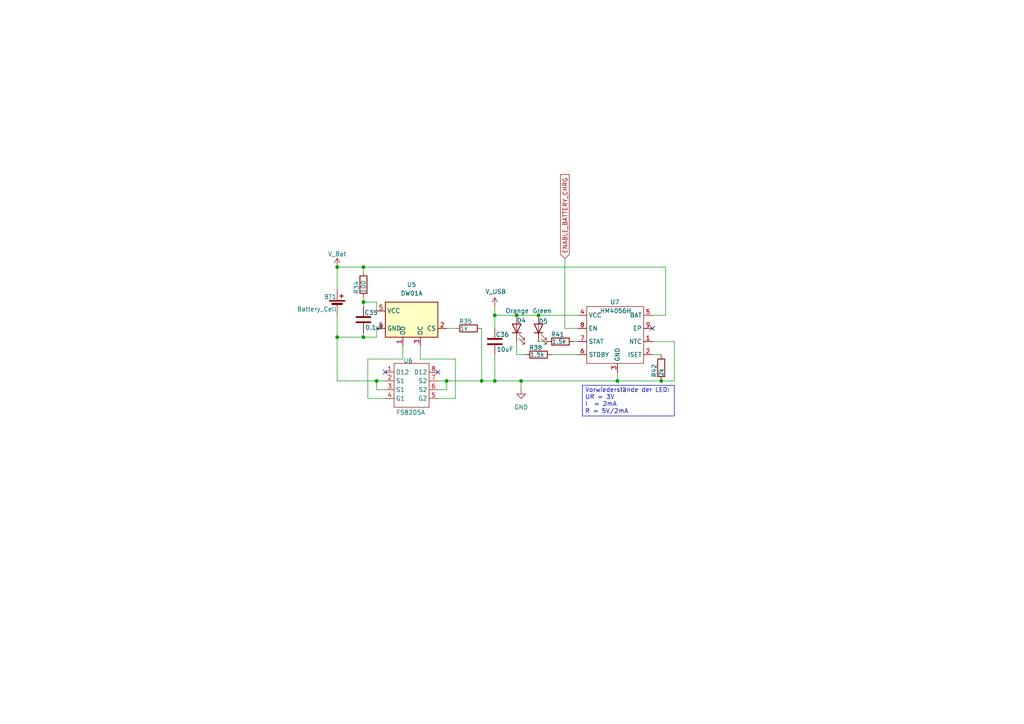
<source format=kicad_sch>
(kicad_sch (version 20231120) (generator "eeschema") (generator_version "8.0")
  (paper "A4")
  (lib_symbols
    (symbol "Battery_Management:DW01A"
      (property "Reference" "U" (at -6.604 6.35 0))
      (property "Value" "DW01A" (at 4.318 6.604 0))
      (symbol "DW01A_0_1"
        (pin output line (at -2.54 -7.62 90) (length 2.54) (name "OD") (number "1"))
        (pin input line (at 10.16 -2.54 180) (length 2.54) (name "CS") (number "2"))
        (pin output line (at 2.54 -7.62 90) (length 2.54) (name "OC") (number "3"))
        (pin power_in line (at -10.16 2.54 0) (length 2.54) (name "VCC") (number "5"))
        (pin power_in line (at -10.16 -2.54 0) (length 2.54) (name "GND") (number "6"))
      )
      (symbol "DW01A_1_1"
        (rectangle (start -7.62 5.08) (end 7.62 -5.08) (stroke (width 0.254)) (fill (type background)))
        (pin no_connect line (at 10.16 2.54 180) (length 2.54) hide (name "TD") (number "4"))
      )
    )
    (symbol "Device:Battery_Cell" (pin_numbers hide) (pin_names (offset 0) hide)
      (property "Reference" "BT" (at 2.54 2.54 0))
      (property "Value" "Battery_Cell" (at 2.54 0 0))
      (symbol "Battery_Cell_0_1"
        (rectangle (start -2.286 1.778) (end 2.286 1.524) (fill (type outline)))
        (rectangle (start -1.524 1.016) (end 1.524 0.508) (fill (type outline)))
        (polyline (pts (xy 0 0.762) (xy 0 0)))
        (polyline (pts (xy 0 1.778) (xy 0 2.54)))
        (polyline (pts (xy 0.762 3.048) (xy 1.778 3.048)) (stroke (width 0.254)))
        (polyline (pts (xy 1.27 3.556) (xy 1.27 2.54)) (stroke (width 0.254)))
      )
      (symbol "Battery_Cell_1_1"
        (pin passive line (at 0 5.08 270) (length 2.54) (name "+") (number "1"))
        (pin passive line (at 0 -2.54 90) (length 2.54) (name "-") (number "2"))
      )
    )
    (symbol "Device:C" (pin_numbers hide) (pin_names (offset 0.254))
      (property "Reference" "C" (at 0.635 2.54 0))
      (property "Value" "C" (at 0.635 -2.54 0))
      (symbol "C_0_1"
        (polyline (pts (xy -2.032 -0.762) (xy 2.032 -0.762)) (stroke (width 0.508)))
        (polyline (pts (xy -2.032 0.762) (xy 2.032 0.762)) (stroke (width 0.508)))
      )
      (symbol "C_1_1"
        (pin passive line (at 0 3.81 270) (length 2.794) (name "~") (number "1"))
        (pin passive line (at 0 -3.81 90) (length 2.794) (name "~") (number "2"))
      )
    )
    (symbol "Device:LED" (pin_numbers hide) (pin_names (offset 1.016) hide)
      (property "Reference" "D" (at 0 2.54 0))
      (property "Value" "LED" (at 0 -2.54 0))
      (symbol "LED_0_1"
        (polyline (pts (xy -1.27 -1.27) (xy -1.27 1.27)) (stroke (width 0.254)))
        (polyline (pts (xy -1.27 0) (xy 1.27 0)))
        (polyline (pts (xy 1.27 -1.27) (xy 1.27 1.27) (xy -1.27 0) (xy 1.27 -1.27)) (stroke (width 0.254)))
        (polyline (pts (xy -3.048 -0.762) (xy -4.572 -2.286) (xy -3.81 -2.286) (xy -4.572 -2.286) (xy -4.572 -1.524)))
        (polyline (pts (xy -1.778 -0.762) (xy -3.302 -2.286) (xy -2.54 -2.286) (xy -3.302 -2.286) (xy -3.302 -1.524)))
      )
      (symbol "LED_1_1"
        (pin passive line (at -3.81 0 0) (length 2.54) (name "K") (number "1"))
        (pin passive line (at 3.81 0 180) (length 2.54) (name "A") (number "2"))
      )
    )
    (symbol "Device:R" (pin_numbers hide) (pin_names (offset 0))
      (property "Reference" "R" (at 2.032 0 90))
      (property "Value" "R" (at 0 0 90))
      (symbol "R_0_1"
        (rectangle (start -1.016 -2.54) (end 1.016 2.54) (stroke (width 0.254)))
      )
      (symbol "R_1_1"
        (pin passive line (at 0 3.81 270) (length 1.27) (name "~") (number "1"))
        (pin passive line (at 0 -3.81 90) (length 1.27) (name "~") (number "2"))
      )
    )
    (symbol "Library:FS8205A"
      (property "Reference" "U" (at 0 5.588 0))
      (property "Value" "FS8205A" (at 0 -10.668 0))
      (symbol "FS8205A_0_1"
        (rectangle (start -5.08 3.81) (end 5.08 -8.89))
      )
      (symbol "FS8205A_1_1"
        (pin input line (at -7.62 1.27 0) (length 2.54) (name "D12") (number "1"))
        (pin input line (at -7.62 -1.27 0) (length 2.54) (name "S1") (number "2"))
        (pin input line (at -7.62 -3.81 0) (length 2.54) (name "S1") (number "3"))
        (pin input line (at -7.62 -6.35 0) (length 2.54) (name "G1") (number "4"))
        (pin input line (at 7.62 -6.35 180) (length 2.54) (name "G2") (number "5"))
        (pin input line (at 7.62 -3.81 180) (length 2.54) (name "S2") (number "6"))
        (pin input line (at 7.62 -1.27 180) (length 2.54) (name "S2") (number "7"))
        (pin input line (at 7.62 1.27 180) (length 2.54) (name "D12") (number "8"))
      )
    )
    (symbol "Library:TP4056"
      (property "Reference" "U" (at 0 10.414 0))
      (property "Value" "TP4056" (at -0.762 5.588 0))
      (symbol "TP4056_0_1"
        (rectangle (start -8.89 7.62) (end 7.62 -8.89))
      )
      (symbol "TP4056_1_1"
        (pin input line (at 10.16 -2.54 180) (length 2.54) (name "NTC") (number "1"))
        (pin input line (at 10.16 -6.35 180) (length 2.54) (name "ISET") (number "2"))
        (pin power_in line (at 0 -11.43 90) (length 2.54) (name "GND") (number "3"))
        (pin power_in line (at -11.43 5.08 0) (length 2.54) (name "VCC") (number "4"))
        (pin input line (at 10.16 5.08 180) (length 2.54) (name "BAT") (number "5"))
        (pin input line (at -11.43 -6.35 0) (length 2.54) (name "STDBY") (number "6"))
        (pin input line (at -11.43 -2.54 0) (length 2.54) (name "STAT") (number "7"))
        (pin input line (at -11.43 1.27 0) (length 2.54) (name "EN") (number "8"))
        (pin input line (at 10.16 1.27 180) (length 2.54) (name "EP") (number "9"))
      )
    )
    (symbol "power:+3.3V" (power) (pin_numbers hide) (pin_names (offset 0) hide)
      (property "Value" "+3.3V" (at 0 3.556 0))
      (symbol "+3.3V_0_1"
        (polyline (pts (xy -0.762 1.27) (xy 0 2.54)))
        (polyline (pts (xy 0 0) (xy 0 2.54)))
        (polyline (pts (xy 0 2.54) (xy 0.762 1.27)))
      )
      (symbol "+3.3V_1_1"
        (pin power_in line (at 0 0 90) (length 0) (name "~") (number "1"))
      )
    )
    (symbol "power:GND" (power) (pin_numbers hide) (pin_names (offset 0) hide)
      (property "Value" "GND" (at 0 -3.81 0))
      (symbol "GND_0_1"
        (polyline (pts (xy 0 0) (xy 0 -1.27) (xy 1.27 -1.27) (xy 0 -2.54) (xy -1.27 -1.27) (xy 0 -1.27)))
      )
      (symbol "GND_1_1"
        (pin power_in line (at 0 0 270) (length 0) (name "~") (number "1"))
      )
    )
    (symbol "power:VAA" (power) (pin_numbers hide) (pin_names (offset 0) hide)
      (property "Value" "VAA" (at 0 3.556 0))
      (symbol "VAA_0_1"
        (polyline (pts (xy -0.762 1.27) (xy 0 2.54)))
        (polyline (pts (xy 0 0) (xy 0 2.54)))
        (polyline (pts (xy 0 2.54) (xy 0.762 1.27)))
      )
      (symbol "VAA_1_1"
        (pin power_in line (at 0 0 90) (length 0) (name "~") (number "1"))
      )
    )
  )
  (junction (at 143.51 110.49))
  (junction (at 151.13 110.49))
  (junction (at 149.86 91.44))
  (junction (at 109.22 110.49))
  (junction (at 156.21 91.44))
  (junction (at 97.79 97.79))
  (junction (at 129.54 110.49))
  (junction (at 179.07 110.49))
  (junction (at 139.7 110.49))
  (junction (at 143.51 91.44))
  (junction (at 105.41 97.79))
  (junction (at 191.77 110.49))
  (junction (at 105.41 77.47))
  (junction (at 105.41 87.63))
  (junction (at 97.79 77.47))
  (no_connect (at 127 107.95))
  (no_connect (at 111.76 107.95))
  (no_connect (at 189.23 95.25))
  (wire (pts (xy 116.84 100.33) (xy 116.84 104.14)))
  (wire (pts (xy 121.92 104.14) (xy 132.08 104.14)))
  (wire (pts (xy 105.41 77.47) (xy 193.04 77.47)))
  (wire (pts (xy 127 115.57) (xy 132.08 115.57)))
  (wire (pts (xy 127 113.03) (xy 129.54 113.03)))
  (wire (pts (xy 129.54 110.49) (xy 127 110.49)))
  (wire (pts (xy 151.13 113.03) (xy 151.13 110.49)))
  (wire (pts (xy 156.21 91.44) (xy 167.64 91.44)))
  (wire (pts (xy 193.04 77.47) (xy 193.04 91.44)))
  (wire (pts (xy 106.68 104.14) (xy 106.68 115.57)))
  (wire (pts (xy 143.51 91.44) (xy 149.86 91.44)))
  (wire (pts (xy 139.7 95.25) (xy 139.7 110.49)))
  (wire (pts (xy 163.83 74.93) (xy 163.83 95.25)))
  (wire (pts (xy 189.23 99.06) (xy 195.58 99.06)))
  (wire (pts (xy 97.79 77.47) (xy 105.41 77.47)))
  (wire (pts (xy 105.41 87.63) (xy 105.41 88.9)))
  (wire (pts (xy 97.79 97.79) (xy 105.41 97.79)))
  (wire (pts (xy 151.13 110.49) (xy 179.07 110.49)))
  (wire (pts (xy 152.4 102.87) (xy 149.86 102.87)))
  (wire (pts (xy 149.86 102.87) (xy 149.86 99.06)))
  (wire (pts (xy 106.68 104.14) (xy 116.84 104.14)))
  (wire (pts (xy 109.22 90.17) (xy 109.22 87.63)))
  (wire (pts (xy 105.41 77.47) (xy 105.41 78.74)))
  (wire (pts (xy 129.54 110.49) (xy 139.7 110.49)))
  (wire (pts (xy 121.92 100.33) (xy 121.92 104.14)))
  (wire (pts (xy 143.51 88.9) (xy 143.51 91.44)))
  (wire (pts (xy 179.07 110.49) (xy 191.77 110.49)))
  (wire (pts (xy 132.08 104.14) (xy 132.08 115.57)))
  (wire (pts (xy 143.51 102.87) (xy 143.51 110.49)))
  (wire (pts (xy 195.58 99.06) (xy 195.58 110.49)))
  (wire (pts (xy 129.54 95.25) (xy 132.08 95.25)))
  (wire (pts (xy 105.41 96.52) (xy 105.41 97.79)))
  (wire (pts (xy 97.79 83.82) (xy 97.79 77.47)))
  (wire (pts (xy 167.64 95.25) (xy 163.83 95.25)))
  (wire (pts (xy 160.02 102.87) (xy 167.64 102.87)))
  (wire (pts (xy 109.22 110.49) (xy 109.22 113.03)))
  (wire (pts (xy 97.79 110.49) (xy 109.22 110.49)))
  (wire (pts (xy 109.22 113.03) (xy 111.76 113.03)))
  (wire (pts (xy 166.37 99.06) (xy 167.64 99.06)))
  (wire (pts (xy 97.79 97.79) (xy 97.79 91.44)))
  (wire (pts (xy 156.21 99.06) (xy 158.75 99.06)))
  (wire (pts (xy 156.21 91.44) (xy 149.86 91.44)))
  (wire (pts (xy 143.51 110.49) (xy 151.13 110.49)))
  (wire (pts (xy 195.58 110.49) (xy 191.77 110.49)))
  (wire (pts (xy 109.22 87.63) (xy 105.41 87.63)))
  (wire (pts (xy 139.7 110.49) (xy 143.51 110.49)))
  (wire (pts (xy 143.51 95.25) (xy 143.51 91.44)))
  (wire (pts (xy 179.07 107.95) (xy 179.07 110.49)))
  (wire (pts (xy 189.23 102.87) (xy 191.77 102.87)))
  (wire (pts (xy 129.54 110.49) (xy 129.54 113.03)))
  (wire (pts (xy 105.41 86.36) (xy 105.41 87.63)))
  (wire (pts (xy 97.79 110.49) (xy 97.79 97.79)))
  (wire (pts (xy 109.22 95.25) (xy 109.22 97.79)))
  (wire (pts (xy 105.41 97.79) (xy 109.22 97.79)))
  (wire (pts (xy 109.22 110.49) (xy 111.76 110.49)))
  (wire (pts (xy 189.23 91.44) (xy 193.04 91.44)))
  (wire (pts (xy 106.68 115.57) (xy 111.76 115.57)))
  (rectangle (start 168.91 111.76) (end 195.58 120.65))
  (text "Vorwiederstände der LED:\nUR = 3V\nI  = 2mA \nR = 5V/2mA" (at 169.672 116.332 0) (effects (font (size 1.27 1.27)) (justify left)))
  (global_label "ENABLE_BATTERY_CHRG" (shape input) (at 163.83 74.93 90) (property "Intersheetrefs" "${INTERSHEET_REFS}" (effects (hide yes))))
  (symbol (lib_id "Device:LED") (at 156.21 95.25 90) (unit 1)
    (property "Reference" "D5" (at 156.21 93.218 90) (effects (justify right)))
    (property "Value" "Green" (at 154.432 90.17 90) (effects (justify right)))
    (property "Footprint" "LED_SMD:LED_0805_2012Metric" (effects (hide yes)))
    (property "Description" "Light emitting diode" (effects (hide yes)))
  )
  (symbol (lib_id "Device:C") (at 105.41 92.71 0) (unit 1)
    (property "Reference" "C35" (at 105.664 90.678 0) (effects (justify left)))
    (property "Value" "0.1uF" (at 105.918 94.996 0) (effects (justify left)))
    (property "Footprint" "Capacitor_SMD:C_0805_2012Metric_Pad1.18x1.45mm_HandSolder" (effects (hide yes)))
    (property "Description" "Unpolarized capacitor" (effects (hide yes)))
  )
  (symbol (lib_id "Device:R") (at 105.41 82.55 0) (unit 1)
    (property "Reference" "R34" (at 103.378 85.344 90) (effects (justify left)))
    (property "Value" "100" (at 105.41 85.09 90) (effects (justify left)))
    (property "Footprint" "Resistor_SMD:R_0805_2012Metric_Pad1.20x1.40mm_HandSolder" (effects (hide yes)))
    (property "Description" "Resistor" (effects (hide yes)))
  )
  (symbol (lib_id "Device:R") (at 191.77 106.68 0) (unit 1)
    (property "Reference" "R42" (at 189.738 109.474 90) (effects (justify left)))
    (property "Value" "2k" (at 191.77 109.22 90) (effects (justify left)))
    (property "Footprint" "Resistor_SMD:R_0805_2012Metric_Pad1.20x1.40mm_HandSolder" (effects (hide yes)))
    (property "Description" "Resistor" (effects (hide yes)))
  )
  (symbol (lib_id "Battery_Management:DW01A") (at 119.38 92.71 0) (unit 1)
    (property "Reference" "U5" (at 119.38 82.55 0))
    (property "Value" "DW01A" (at 119.38 85.09 0))
    (property "Footprint" "Package_TO_SOT_SMD:SOT-23-6" (effects (hide yes)))
    (property "Datasheet" "file:///C:/data/Schule/BuP/5_Semester/Marvin/MarvinProject/6_Semester/MarvinDatenblaetter/DW01A/2410121228_PUOLOP-DW01A_C351410.pdf" (effects (hide yes)))
    (property "Description" "Overcharge, overcurrent and overdischarge protection IC for single cell lithium-ion/polymer battery" (effects (hide yes)))
    (property "OrderNow" "x" (effects (hide yes)))
    (property "LCSC Part" "C351410" (effects (hide yes)))
  )
  (symbol (lib_id "Library:TP4056") (at 179.07 96.52 0) (unit 1)
    (property "Reference" "U7" (at 178.308 87.63 0))
    (property "Value" "HM4056H" (at 178.562 90.17 0))
    (property "Footprint" "Package_SO:SOP-8-1EP_4.57x4.57mm_P1.27mm_EP4.57x4.45mm" (effects (hide yes)))
    (property "Datasheet" "file:///C:/data/Schule/BuP/5_Semester/Marvin/MarvinProject/6_Semester/MarvinDatenblaetter/%C2%8A%C2%8A%C2%8A%C2%8A%C2%8AHM4056H/HM4056H.PDF" (effects (hide yes)))
    (property "OrderNow" "x" (effects (hide yes)))
  )
  (symbol (lib_id "Device:C") (at 143.51 99.06 0) (unit 1)
    (property "Reference" "C36" (at 143.764 97.028 0) (effects (justify left)))
    (property "Value" "10uF" (at 144.018 101.346 0) (effects (justify left)))
    (property "Footprint" "Capacitor_SMD:C_1206_3216Metric_Pad1.33x1.80mm_HandSolder" (effects (hide yes)))
    (property "Description" "Unpolarized capacitor" (effects (hide yes)))
  )
  (symbol (lib_id "power:GND") (at 151.13 113.03 0) (unit 1)
    (property "Reference" "#PWR053" (effects (hide yes)))
    (property "Value" "GND" (at 151.13 118.11 0))
    (property "Description" "Power symbol creates a global label with name \"GND\" , ground" (effects (hide yes)))
  )
  (symbol (lib_id "Device:R") (at 135.89 95.25 270) (unit 1)
    (property "Reference" "R35" (at 133.096 93.218 90) (effects (justify left)))
    (property "Value" "1k" (at 133.35 95.25 90) (effects (justify left)))
    (property "Footprint" "Resistor_SMD:R_0805_2012Metric_Pad1.20x1.40mm_HandSolder" (effects (hide yes)))
    (property "Description" "Resistor" (effects (hide yes)))
  )
  (symbol (lib_id "Device:R") (at 162.56 99.06 270) (unit 1)
    (property "Reference" "R41" (at 159.766 97.028 90) (effects (justify left)))
    (property "Value" "1.5k" (at 160.02 99.06 90) (effects (justify left)))
    (property "Footprint" "Resistor_SMD:R_0805_2012Metric_Pad1.20x1.40mm_HandSolder" (effects (hide yes)))
    (property "Description" "Resistor" (effects (hide yes)))
  )
  (symbol (lib_id "power:+3.3V") (at 97.79 77.47 0) (unit 1)
    (property "Reference" "#PWR064" (effects (hide yes)))
    (property "Value" "V_Bat" (at 97.79 73.66 0))
    (property "Description" "Power symbol creates a global label with name \"+3.3V\"" (effects (hide yes)))
  )
  (symbol (lib_id "power:VAA") (at 143.51 88.9 0) (unit 1)
    (property "Reference" "#PWR052" (effects (hide yes)))
    (property "Value" "V_USB" (at 143.764 84.582 0))
    (property "Description" "Power symbol creates a global label with name \"VAA\"" (effects (hide yes)))
  )
  (symbol (lib_id "Device:R") (at 156.21 102.87 270) (unit 1)
    (property "Reference" "R38" (at 153.416 100.838 90) (effects (justify left)))
    (property "Value" "1.5k" (at 153.67 102.87 90) (effects (justify left)))
    (property "Footprint" "Resistor_SMD:R_0805_2012Metric_Pad1.20x1.40mm_HandSolder" (effects (hide yes)))
    (property "Description" "Resistor" (effects (hide yes)))
  )
  (symbol (lib_id "Device:Battery_Cell") (at 97.79 88.9 0) (unit 1)
    (property "Reference" "BT1" (at 93.98 86.106 0) (effects (justify left)))
    (property "Value" "Battery_Cell" (at 86.106 89.662 0) (effects (justify left)))
    (property "Footprint" "Library:Batteriehalter" (effects (hide yes)))
    (property "Datasheet" "~file:///C:/data/Schule/BuP/5_Semester/Marvin/MarvinProject/6_Semester/MarvinDatenblaetter/Batteriehalter/M65p27.pdf" (effects (hide yes)))
    (property "Description" "Single-cell battery" (effects (hide yes)))
    (property "OrderNow" "x" (effects (hide yes)))
    (property "digikey" "36-1043P-ND" (effects (hide yes)))
  )
  (symbol (lib_id "Library:FS8205A") (at 119.38 109.22 0) (unit 1)
    (property "Reference" "U6" (at 118.364 104.648 0))
    (property "Value" "FS8205A" (at 119.126 119.634 0))
    (property "Footprint" "Package_SO:TSSOP-8_4.4x3mm_P0.65mm" (effects (hide yes)))
    (property "Datasheet" "file:///C:/data/Schule/BuP/5_Semester/Marvin/MarvinProject/6_Semester/MarvinDatenblaetter/FS8205A/2410121552_Fortune-Semicon-FS8205A_C16052.pdf" (effects (hide yes)))
    (property "OrderNow" "x" (effects (hide yes)))
    (property "LCSC Part" "C7499846" (effects (hide yes)))
  )
  (symbol (lib_id "Device:LED") (at 149.86 95.25 90) (unit 1)
    (property "Reference" "D4" (at 149.86 92.964 90) (effects (justify right)))
    (property "Value" "Orange" (at 146.558 90.17 90) (effects (justify right)))
    (property "Footprint" "LED_SMD:LED_0805_2012Metric" (effects (hide yes)))
    (property "Description" "Light emitting diode" (effects (hide yes)))
  )
)
</source>
